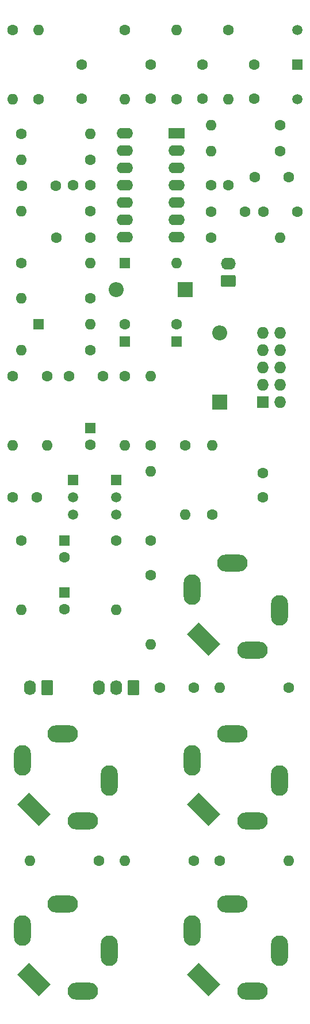
<source format=gbs>
G04 #@! TF.GenerationSoftware,KiCad,Pcbnew,6.0.4-6f826c9f35~116~ubuntu20.04.1*
G04 #@! TF.CreationDate,2022-05-04T21:49:40-04:00*
G04 #@! TF.ProjectId,arpenvfol,61727065-6e76-4666-9f6c-2e6b69636164,rev?*
G04 #@! TF.SameCoordinates,Original*
G04 #@! TF.FileFunction,Soldermask,Bot*
G04 #@! TF.FilePolarity,Negative*
%FSLAX46Y46*%
G04 Gerber Fmt 4.6, Leading zero omitted, Abs format (unit mm)*
G04 Created by KiCad (PCBNEW 6.0.4-6f826c9f35~116~ubuntu20.04.1) date 2022-05-04 21:49:40*
%MOMM*%
%LPD*%
G01*
G04 APERTURE LIST*
G04 Aperture macros list*
%AMRoundRect*
0 Rectangle with rounded corners*
0 $1 Rounding radius*
0 $2 $3 $4 $5 $6 $7 $8 $9 X,Y pos of 4 corners*
0 Add a 4 corners polygon primitive as box body*
4,1,4,$2,$3,$4,$5,$6,$7,$8,$9,$2,$3,0*
0 Add four circle primitives for the rounded corners*
1,1,$1+$1,$2,$3*
1,1,$1+$1,$4,$5*
1,1,$1+$1,$6,$7*
1,1,$1+$1,$8,$9*
0 Add four rect primitives between the rounded corners*
20,1,$1+$1,$2,$3,$4,$5,0*
20,1,$1+$1,$4,$5,$6,$7,0*
20,1,$1+$1,$6,$7,$8,$9,0*
20,1,$1+$1,$8,$9,$2,$3,0*%
%AMRotRect*
0 Rectangle, with rotation*
0 The origin of the aperture is its center*
0 $1 length*
0 $2 width*
0 $3 Rotation angle, in degrees counterclockwise*
0 Add horizontal line*
21,1,$1,$2,0,0,$3*%
G04 Aperture macros list end*
%ADD10O,2.500000X4.500001*%
%ADD11O,4.500001X2.500001*%
%ADD12RotRect,4.500001X2.500001X315.000000*%
%ADD13O,4.500000X2.500000*%
%ADD14O,2.500000X4.500000*%
%ADD15C,1.600000*%
%ADD16R,1.500000X1.500000*%
%ADD17C,1.500000*%
%ADD18O,1.600000X1.600000*%
%ADD19R,2.200000X2.200000*%
%ADD20O,2.200000X2.200000*%
%ADD21R,1.600000X1.600000*%
%ADD22RoundRect,0.250000X0.620000X0.850000X-0.620000X0.850000X-0.620000X-0.850000X0.620000X-0.850000X0*%
%ADD23O,1.740000X2.200000*%
%ADD24R,1.727200X1.727200*%
%ADD25O,1.727200X1.727200*%
%ADD26RoundRect,0.250000X0.850000X-0.620000X0.850000X0.620000X-0.850000X0.620000X-0.850000X-0.620000X0*%
%ADD27O,2.200000X1.740000*%
%ADD28R,2.400000X1.600000*%
%ADD29O,2.400000X1.600000*%
G04 APERTURE END LIST*
D10*
G04 #@! TO.C,J1*
X93900000Y-150500000D03*
D11*
X90000000Y-156400000D03*
D12*
X82760000Y-154740000D03*
D13*
X87000000Y-143600000D03*
D14*
X81100000Y-147500000D03*
G04 #@! TD*
D10*
G04 #@! TO.C,J12*
X93900000Y-175500000D03*
D11*
X90000000Y-181400000D03*
D12*
X82760000Y-179740000D03*
D13*
X87000000Y-168600000D03*
D14*
X81100000Y-172500000D03*
G04 #@! TD*
D10*
G04 #@! TO.C,J2*
X118900000Y-125500000D03*
D11*
X115000000Y-131400000D03*
D12*
X107760000Y-129740000D03*
D13*
X112000000Y-118600000D03*
D14*
X106100000Y-122500000D03*
G04 #@! TD*
D10*
G04 #@! TO.C,J11*
X118900000Y-175500000D03*
D11*
X115000000Y-181400000D03*
D12*
X107760000Y-179740000D03*
D13*
X112000000Y-168600000D03*
D14*
X106100000Y-172500000D03*
G04 #@! TD*
D10*
G04 #@! TO.C,J4*
X118900000Y-150500000D03*
D11*
X115000000Y-156400000D03*
D12*
X107760000Y-154740000D03*
D13*
X112000000Y-143600000D03*
D14*
X106100000Y-147500000D03*
G04 #@! TD*
D15*
G04 #@! TO.C,C17*
X108880000Y-66980000D03*
X113880000Y-66980000D03*
G04 #@! TD*
D16*
G04 #@! TO.C,Q1*
X88570000Y-106350000D03*
D17*
X88570000Y-108890000D03*
X88570000Y-111430000D03*
G04 #@! TD*
D15*
G04 #@! TO.C,R22*
X119050000Y-58090000D03*
D18*
X108890000Y-58090000D03*
G04 #@! TD*
D15*
G04 #@! TO.C,R5*
X84760000Y-91110000D03*
D18*
X84760000Y-101270000D03*
G04 #@! TD*
D19*
G04 #@! TO.C,D2*
X105080000Y-78410000D03*
D20*
X94920000Y-78410000D03*
G04 #@! TD*
D21*
G04 #@! TO.C,C6*
X103810000Y-86030000D03*
D15*
X103810000Y-83530000D03*
G04 #@! TD*
G04 #@! TO.C,R7*
X91110000Y-79680000D03*
D18*
X80950000Y-79680000D03*
G04 #@! TD*
D15*
G04 #@! TO.C,R24*
X119050000Y-54280000D03*
D18*
X108890000Y-54280000D03*
G04 #@! TD*
D15*
G04 #@! TO.C,R13*
X79680000Y-40310000D03*
D18*
X79680000Y-50470000D03*
G04 #@! TD*
D22*
G04 #@! TO.C,J8*
X84760000Y-136830000D03*
D23*
X82220000Y-136830000D03*
G04 #@! TD*
D15*
G04 #@! TO.C,R15*
X80950000Y-55550000D03*
D18*
X91110000Y-55550000D03*
G04 #@! TD*
D15*
G04 #@! TO.C,C3*
X79680000Y-108890000D03*
X83180000Y-108890000D03*
G04 #@! TD*
G04 #@! TO.C,R18*
X109000000Y-111430000D03*
D18*
X109000000Y-101270000D03*
G04 #@! TD*
D21*
G04 #@! TO.C,C9*
X91110000Y-98730000D03*
D15*
X91110000Y-101230000D03*
G04 #@! TD*
D21*
G04 #@! TO.C,C8*
X87300000Y-122860000D03*
D15*
X87300000Y-125360000D03*
G04 #@! TD*
D17*
G04 #@! TO.C,TP1*
X121590000Y-40310000D03*
G04 #@! TD*
D15*
G04 #@! TO.C,R3*
X100000000Y-115240000D03*
D18*
X100000000Y-105080000D03*
G04 #@! TD*
D15*
G04 #@! TO.C,R25*
X106350000Y-162230000D03*
D18*
X96190000Y-162230000D03*
G04 #@! TD*
D15*
G04 #@! TO.C,C13*
X89840000Y-45430000D03*
X89840000Y-50430000D03*
G04 #@! TD*
G04 #@! TO.C,R14*
X91110000Y-59360000D03*
D18*
X80950000Y-59360000D03*
G04 #@! TD*
D15*
G04 #@! TO.C,C12*
X85990000Y-63170000D03*
X80990000Y-63170000D03*
G04 #@! TD*
D19*
G04 #@! TO.C,D1*
X110160000Y-94920000D03*
D20*
X110160000Y-84760000D03*
G04 #@! TD*
D15*
G04 #@! TO.C,C18*
X115240000Y-50430000D03*
X115240000Y-45430000D03*
G04 #@! TD*
G04 #@! TO.C,R23*
X108890000Y-70790000D03*
D18*
X119050000Y-70790000D03*
G04 #@! TD*
D15*
G04 #@! TO.C,C20*
X115280000Y-61900000D03*
X120280000Y-61900000D03*
G04 #@! TD*
G04 #@! TO.C,C19*
X121550000Y-66980000D03*
X116550000Y-66980000D03*
G04 #@! TD*
D16*
G04 #@! TO.C,Q2*
X94920000Y-106350000D03*
D17*
X94920000Y-108890000D03*
X94920000Y-111430000D03*
G04 #@! TD*
D22*
G04 #@! TO.C,J10*
X97460000Y-136830000D03*
D23*
X94920000Y-136830000D03*
X92380000Y-136830000D03*
G04 #@! TD*
D21*
G04 #@! TO.C,C1*
X87300000Y-115240000D03*
D15*
X87300000Y-117740000D03*
G04 #@! TD*
G04 #@! TO.C,R20*
X105080000Y-101270000D03*
D18*
X105080000Y-111430000D03*
G04 #@! TD*
D15*
G04 #@! TO.C,R4*
X91100000Y-66975000D03*
D18*
X80940000Y-66975000D03*
G04 #@! TD*
D15*
G04 #@! TO.C,R28*
X92380000Y-162230000D03*
D18*
X82220000Y-162230000D03*
G04 #@! TD*
D15*
G04 #@! TO.C,C10*
X108890000Y-63165000D03*
X111390000Y-63165000D03*
G04 #@! TD*
D24*
G04 #@! TO.C,J3*
X116510000Y-94920000D03*
D25*
X119050000Y-94920000D03*
X116510000Y-92380000D03*
X119050000Y-92380000D03*
X116510000Y-89840000D03*
X119050000Y-89840000D03*
X116510000Y-87300000D03*
X119050000Y-87300000D03*
X116510000Y-84760000D03*
X119050000Y-84760000D03*
G04 #@! TD*
D15*
G04 #@! TO.C,C16*
X107620000Y-45430000D03*
X107620000Y-50430000D03*
G04 #@! TD*
G04 #@! TO.C,R19*
X103810000Y-50470000D03*
D18*
X103810000Y-40310000D03*
G04 #@! TD*
D15*
G04 #@! TO.C,R6*
X94920000Y-115240000D03*
D18*
X94920000Y-125400000D03*
G04 #@! TD*
D21*
G04 #@! TO.C,D3*
X96180000Y-74595000D03*
D18*
X103800000Y-74595000D03*
G04 #@! TD*
D15*
G04 #@! TO.C,R2*
X120320000Y-136830000D03*
D18*
X110160000Y-136830000D03*
G04 #@! TD*
D15*
G04 #@! TO.C,C14*
X100000000Y-50430000D03*
X100000000Y-45430000D03*
G04 #@! TD*
G04 #@! TO.C,R17*
X96190000Y-40310000D03*
D18*
X96190000Y-50470000D03*
G04 #@! TD*
D15*
G04 #@! TO.C,R1*
X79680000Y-91110000D03*
D18*
X79680000Y-101270000D03*
G04 #@! TD*
D15*
G04 #@! TO.C,C15*
X116510000Y-108890000D03*
X116510000Y-105390000D03*
G04 #@! TD*
D26*
G04 #@! TO.C,J9*
X111430000Y-77140000D03*
D27*
X111430000Y-74600000D03*
G04 #@! TD*
D15*
G04 #@! TO.C,R27*
X110160000Y-162230000D03*
D18*
X120320000Y-162230000D03*
G04 #@! TD*
D21*
G04 #@! TO.C,D4*
X83480000Y-83490000D03*
D18*
X91100000Y-83490000D03*
G04 #@! TD*
D15*
G04 #@! TO.C,R12*
X100000000Y-120320000D03*
D18*
X100000000Y-130480000D03*
G04 #@! TD*
D15*
G04 #@! TO.C,C5*
X87975000Y-91110000D03*
X92975000Y-91110000D03*
G04 #@! TD*
G04 #@! TO.C,R21*
X111430000Y-40310000D03*
D18*
X111430000Y-50470000D03*
G04 #@! TD*
D21*
G04 #@! TO.C,C7*
X96190000Y-86030000D03*
D15*
X96190000Y-83530000D03*
G04 #@! TD*
G04 #@! TO.C,R11*
X96190000Y-91110000D03*
D18*
X96190000Y-101270000D03*
G04 #@! TD*
D15*
G04 #@! TO.C,R16*
X83490000Y-50470000D03*
D18*
X83490000Y-40310000D03*
G04 #@! TD*
D15*
G04 #@! TO.C,C4*
X86070000Y-70790000D03*
X91070000Y-70790000D03*
G04 #@! TD*
G04 #@! TO.C,R26*
X100000000Y-101270000D03*
D18*
X100000000Y-91110000D03*
G04 #@! TD*
D15*
G04 #@! TO.C,R9*
X91110000Y-87300000D03*
D18*
X80950000Y-87300000D03*
G04 #@! TD*
D15*
G04 #@! TO.C,R8*
X80940000Y-74595000D03*
D18*
X91100000Y-74595000D03*
G04 #@! TD*
D16*
G04 #@! TO.C,TP3*
X121590000Y-45390000D03*
G04 #@! TD*
D15*
G04 #@! TO.C,R10*
X80950000Y-115240000D03*
D18*
X80950000Y-125400000D03*
G04 #@! TD*
D17*
G04 #@! TO.C,TP2*
X121590000Y-50470000D03*
G04 #@! TD*
D28*
G04 #@! TO.C,U1*
X103800000Y-55545000D03*
D29*
X103800000Y-58085000D03*
X103800000Y-60625000D03*
X103800000Y-63165000D03*
X103800000Y-65705000D03*
X103800000Y-68245000D03*
X103800000Y-70785000D03*
X96180000Y-70785000D03*
X96180000Y-68245000D03*
X96180000Y-65705000D03*
X96180000Y-63165000D03*
X96180000Y-60625000D03*
X96180000Y-58085000D03*
X96180000Y-55545000D03*
G04 #@! TD*
D15*
G04 #@! TO.C,C11*
X88570000Y-63165000D03*
X91070000Y-63165000D03*
G04 #@! TD*
G04 #@! TO.C,C2*
X106350000Y-136830000D03*
X101350000Y-136830000D03*
G04 #@! TD*
M02*

</source>
